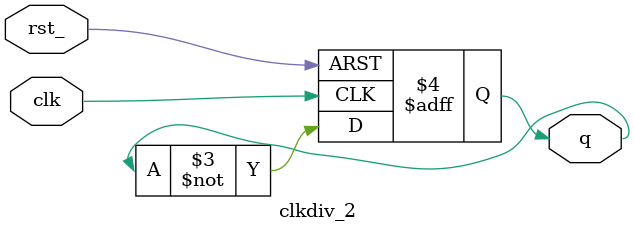
<source format=v>
module clkdiv_2 (input clk, rst_,
               output reg q); 
  
  
  always @ (posedge clk or negedge rst_) begin
    if (!rst_)
      q <= 1'b0;
    else
      q <= ~q; 
  end
    
endmodule 

</source>
